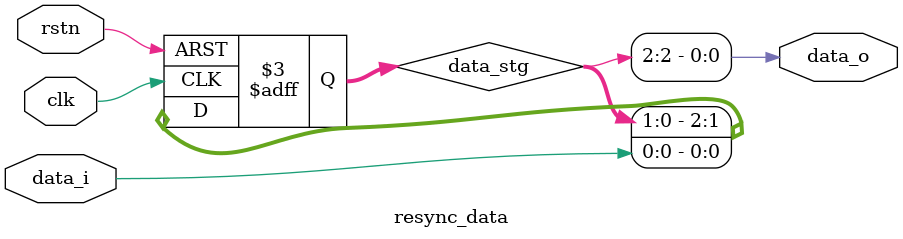
<source format=sv>
module resync_data #(
  parameter NUM_STAGE = 3,
  parameter DW        = 1 
) (
  input           rstn  ,
  input           clk   ,
  input  [DW-1:0] data_i,
  output [DW-1:0] data_o 
);

localparam STG_DW = NUM_STAGE * DW;

logic [STG_DW-1:0] data_stg;

always_ff @(posedge clk, negedge rstn) begin
  if (!rstn) begin
    data_stg <= 0;
  end
  else begin
    data_stg <= {data_stg[STG_DW-DW-1:0], data_i};
  end
end

assign data_o = data_stg[STG_DW-1:STG_DW-DW];

endmodule
</source>
